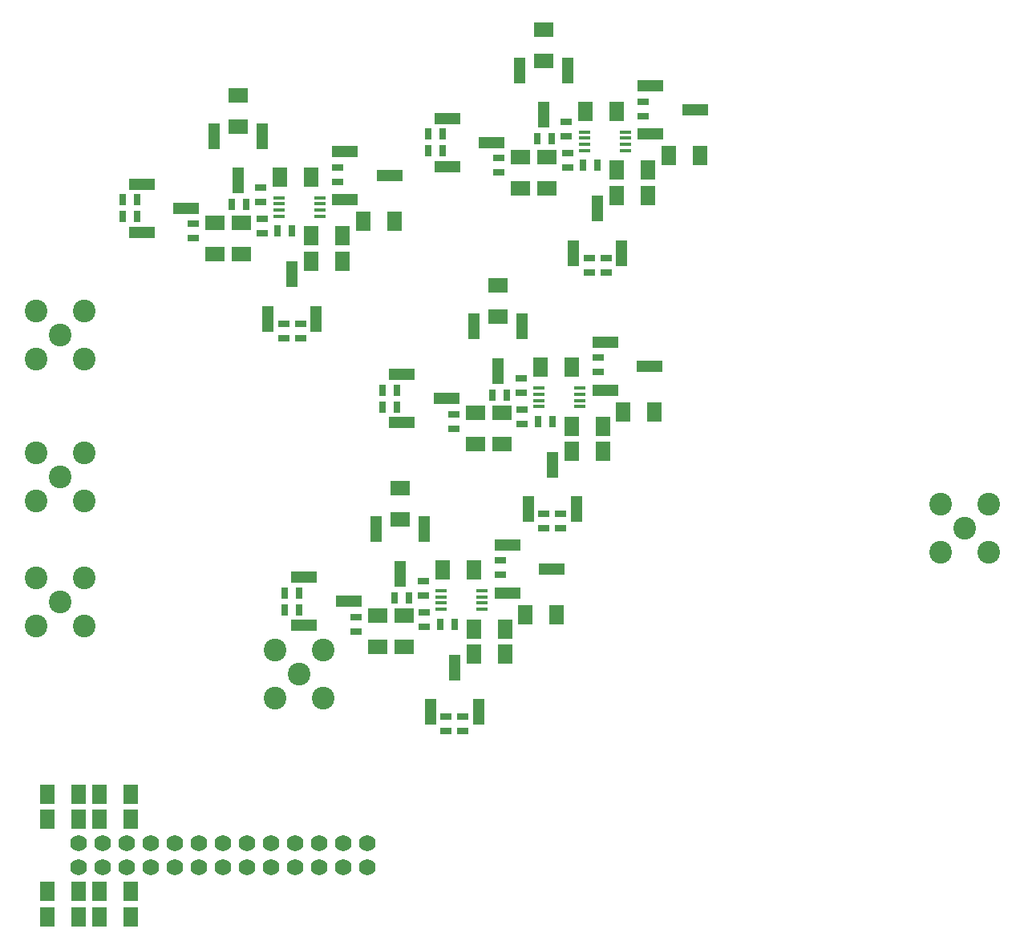
<source format=gbs>
G04 (created by PCBNEW (2013-may-18)-stable) date 2014年05月08日 星期四 12时33分24秒*
%MOIN*%
G04 Gerber Fmt 3.4, Leading zero omitted, Abs format*
%FSLAX34Y34*%
G01*
G70*
G90*
G04 APERTURE LIST*
%ADD10C,0.00590551*%
%ADD11C,0.0693*%
%ADD12R,0.08X0.06*%
%ADD13R,0.06X0.08*%
%ADD14R,0.045X0.025*%
%ADD15R,0.025X0.045*%
%ADD16R,0.05X0.015*%
%ADD17R,0.05X0.11*%
%ADD18R,0.11X0.05*%
%ADD19C,0.0944882*%
G04 APERTURE END LIST*
G54D10*
G54D11*
X49500Y-59125D03*
X49500Y-60125D03*
X46500Y-59125D03*
X46500Y-60125D03*
X45500Y-59125D03*
X45500Y-60125D03*
X37500Y-60125D03*
X37500Y-59125D03*
X38500Y-60125D03*
X38500Y-59125D03*
X39500Y-60125D03*
X39500Y-59125D03*
X40500Y-60125D03*
X40500Y-59125D03*
X41500Y-60125D03*
X41500Y-59125D03*
X42500Y-60125D03*
X42500Y-59125D03*
X43500Y-60125D03*
X43500Y-59125D03*
X44500Y-60125D03*
X44500Y-59125D03*
X47500Y-60125D03*
X47500Y-59125D03*
X48500Y-60125D03*
X48500Y-59125D03*
G54D12*
X56975Y-30575D03*
X56975Y-31875D03*
X50875Y-45649D03*
X50875Y-44349D03*
X49925Y-49649D03*
X49925Y-50949D03*
G54D13*
X53925Y-51250D03*
X55225Y-51250D03*
X56075Y-49599D03*
X57375Y-49599D03*
G54D12*
X55875Y-30575D03*
X55875Y-31875D03*
G54D13*
X59875Y-32175D03*
X61175Y-32175D03*
G54D12*
X56825Y-26575D03*
X56825Y-25275D03*
G54D13*
X62025Y-30525D03*
X63325Y-30525D03*
G54D12*
X51025Y-49649D03*
X51025Y-50949D03*
G54D13*
X49325Y-33250D03*
X50625Y-33250D03*
G54D12*
X44125Y-29300D03*
X44125Y-28000D03*
G54D13*
X47175Y-34899D03*
X48475Y-34899D03*
G54D12*
X43175Y-33300D03*
X43175Y-34600D03*
X44275Y-33300D03*
X44275Y-34600D03*
G54D13*
X37500Y-61125D03*
X36200Y-61125D03*
X38375Y-61125D03*
X39675Y-61125D03*
X39675Y-57075D03*
X38375Y-57075D03*
X37500Y-62175D03*
X36200Y-62175D03*
X36200Y-58125D03*
X37500Y-58125D03*
X38375Y-62175D03*
X39675Y-62175D03*
X39675Y-58125D03*
X38375Y-58125D03*
X36200Y-57075D03*
X37500Y-57075D03*
X60150Y-41175D03*
X61450Y-41175D03*
G54D12*
X55100Y-41225D03*
X55100Y-42525D03*
X54950Y-37225D03*
X54950Y-35925D03*
G54D13*
X58000Y-42825D03*
X59300Y-42825D03*
G54D12*
X54000Y-41225D03*
X54000Y-42525D03*
G54D14*
X59425Y-34775D03*
X59425Y-35375D03*
G54D15*
X52025Y-29625D03*
X52625Y-29625D03*
G54D14*
X58725Y-35375D03*
X58725Y-34775D03*
G54D15*
X58475Y-30925D03*
X59075Y-30925D03*
X56575Y-29825D03*
X57175Y-29825D03*
G54D14*
X60975Y-28275D03*
X60975Y-28875D03*
X54975Y-30625D03*
X54975Y-31225D03*
X57825Y-30425D03*
X57825Y-31025D03*
X57775Y-29125D03*
X57775Y-29725D03*
G54D15*
X52625Y-30325D03*
X52025Y-30325D03*
X43875Y-32550D03*
X44475Y-32550D03*
G54D14*
X48275Y-30999D03*
X48275Y-31599D03*
G54D15*
X45775Y-33650D03*
X46375Y-33650D03*
G54D14*
X46025Y-38099D03*
X46025Y-37499D03*
X46725Y-37499D03*
X46725Y-38099D03*
G54D15*
X39325Y-32350D03*
X39925Y-32350D03*
X39925Y-33050D03*
X39325Y-33050D03*
G54D14*
X45075Y-31850D03*
X45075Y-32450D03*
X45125Y-33150D03*
X45125Y-33750D03*
X42275Y-33350D03*
X42275Y-33950D03*
G54D15*
X50750Y-40975D03*
X50150Y-40975D03*
G54D14*
X53100Y-41275D03*
X53100Y-41875D03*
X55950Y-41075D03*
X55950Y-41675D03*
X55900Y-39775D03*
X55900Y-40375D03*
G54D15*
X54700Y-40475D03*
X55300Y-40475D03*
X50150Y-40275D03*
X50750Y-40275D03*
G54D14*
X57550Y-45425D03*
X57550Y-46025D03*
X56850Y-46025D03*
X56850Y-45425D03*
G54D15*
X56600Y-41575D03*
X57200Y-41575D03*
G54D14*
X59100Y-38925D03*
X59100Y-39525D03*
X49025Y-49699D03*
X49025Y-50299D03*
X51875Y-49499D03*
X51875Y-50099D03*
X51825Y-48199D03*
X51825Y-48799D03*
G54D15*
X50625Y-48899D03*
X51225Y-48899D03*
X46075Y-48699D03*
X46675Y-48699D03*
G54D14*
X55025Y-47350D03*
X55025Y-47950D03*
G54D15*
X52525Y-49999D03*
X53125Y-49999D03*
G54D14*
X52775Y-54450D03*
X52775Y-53850D03*
X53475Y-53850D03*
X53475Y-54450D03*
G54D15*
X46675Y-49399D03*
X46075Y-49399D03*
G54D16*
X60225Y-29541D03*
X60225Y-29797D03*
X60225Y-30053D03*
X60225Y-30309D03*
X58525Y-30309D03*
X58525Y-30053D03*
X58525Y-29797D03*
X58525Y-29541D03*
X58350Y-40191D03*
X58350Y-40447D03*
X58350Y-40703D03*
X58350Y-40959D03*
X56650Y-40959D03*
X56650Y-40703D03*
X56650Y-40447D03*
X56650Y-40191D03*
X47525Y-32266D03*
X47525Y-32522D03*
X47525Y-32778D03*
X47525Y-33034D03*
X45825Y-33034D03*
X45825Y-32778D03*
X45825Y-32522D03*
X45825Y-32266D03*
X54275Y-48615D03*
X54275Y-48871D03*
X54275Y-49127D03*
X54275Y-49383D03*
X52575Y-49383D03*
X52575Y-49127D03*
X52575Y-48871D03*
X52575Y-48615D03*
G54D17*
X46375Y-35450D03*
X47375Y-37300D03*
X45375Y-37300D03*
G54D18*
X50425Y-31350D03*
X48575Y-32350D03*
X48575Y-30350D03*
G54D17*
X59075Y-32725D03*
X60075Y-34575D03*
X58075Y-34575D03*
X50875Y-47899D03*
X49875Y-46049D03*
X51875Y-46049D03*
G54D18*
X48725Y-49050D03*
X46875Y-50050D03*
X46875Y-48050D03*
G54D17*
X53125Y-51799D03*
X54125Y-53649D03*
X52125Y-53649D03*
G54D18*
X57175Y-47699D03*
X55325Y-48699D03*
X55325Y-46699D03*
X63125Y-28625D03*
X61275Y-29625D03*
X61275Y-27625D03*
G54D17*
X44125Y-31550D03*
X43125Y-29700D03*
X45125Y-29700D03*
G54D18*
X54675Y-29975D03*
X52825Y-30975D03*
X52825Y-28975D03*
G54D17*
X56825Y-28825D03*
X55825Y-26975D03*
X57825Y-26975D03*
G54D18*
X41975Y-32699D03*
X40125Y-33699D03*
X40125Y-31699D03*
G54D17*
X54950Y-39475D03*
X53950Y-37625D03*
X55950Y-37625D03*
G54D18*
X52800Y-40625D03*
X50950Y-41625D03*
X50950Y-39625D03*
G54D17*
X57200Y-43375D03*
X58200Y-45225D03*
X56200Y-45225D03*
G54D18*
X61250Y-39275D03*
X59400Y-40275D03*
X59400Y-38275D03*
G54D19*
X36725Y-49075D03*
X35725Y-48075D03*
X37725Y-48075D03*
X37725Y-50075D03*
X35725Y-50075D03*
X36725Y-43875D03*
X35725Y-42875D03*
X37725Y-42875D03*
X37725Y-44875D03*
X35725Y-44875D03*
X36725Y-37975D03*
X35725Y-36975D03*
X37725Y-36975D03*
X37725Y-38975D03*
X35725Y-38975D03*
X46675Y-52075D03*
X47675Y-51075D03*
X47675Y-53075D03*
X45675Y-53075D03*
X45675Y-51075D03*
X74325Y-46025D03*
X73325Y-45025D03*
X75325Y-45025D03*
X75325Y-47025D03*
X73325Y-47025D03*
G54D13*
X56700Y-39325D03*
X58000Y-39325D03*
X59300Y-41775D03*
X58000Y-41775D03*
X52625Y-47750D03*
X53925Y-47750D03*
X55225Y-50199D03*
X53925Y-50199D03*
X58575Y-28675D03*
X59875Y-28675D03*
X61175Y-31125D03*
X59875Y-31125D03*
X45875Y-31399D03*
X47175Y-31399D03*
X48475Y-33850D03*
X47175Y-33850D03*
M02*

</source>
